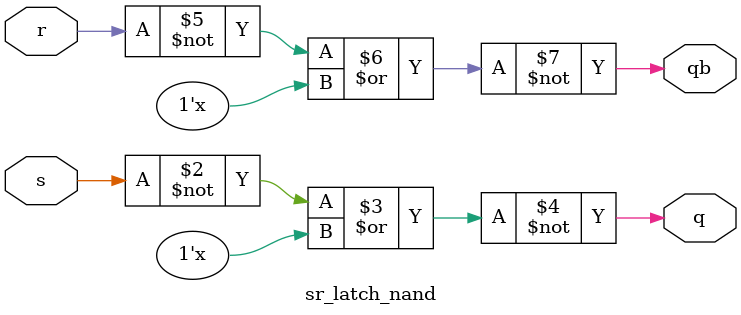
<source format=v>
module sr_latch_nand(s,r,q,qb);
input s,r;
output reg q,qb;
always @(*)
begin
  q<= ~(~s|qb);
  qb<= ~(~r|q);
  end
endmodule

</source>
